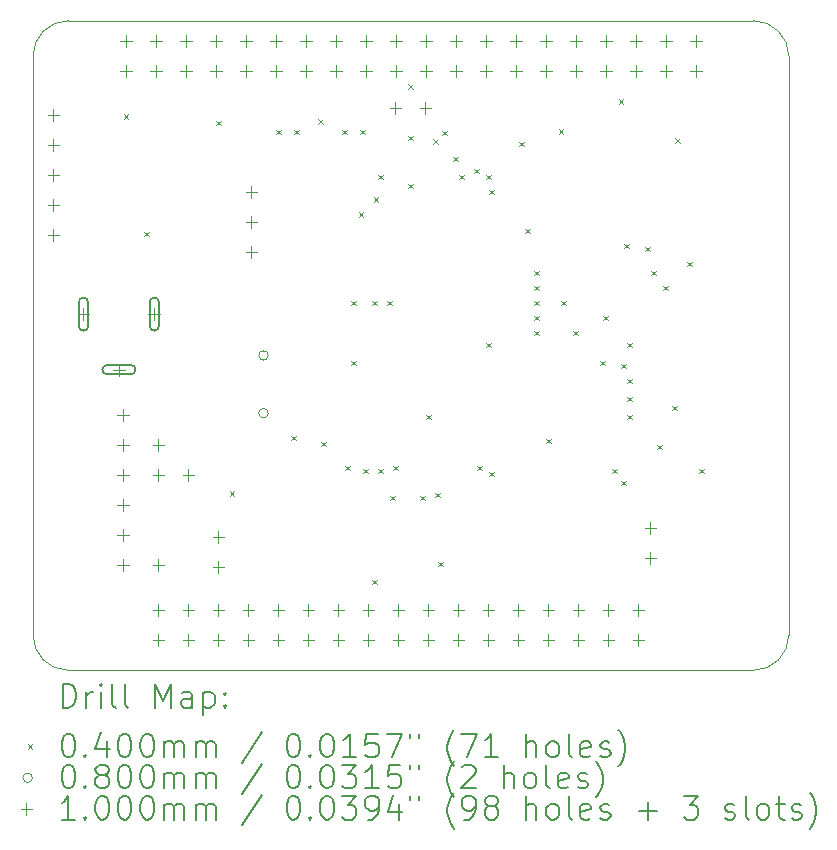
<source format=gbr>
%FSLAX45Y45*%
G04 Gerber Fmt 4.5, Leading zero omitted, Abs format (unit mm)*
G04 Created by KiCad (PCBNEW (6.0.0)) date 2022-08-18 21:55:56*
%MOMM*%
%LPD*%
G01*
G04 APERTURE LIST*
%TA.AperFunction,Profile*%
%ADD10C,0.100000*%
%TD*%
%ADD11C,0.200000*%
%ADD12C,0.040000*%
%ADD13C,0.080000*%
%ADD14C,0.100000*%
G04 APERTURE END LIST*
D10*
X14100000Y-11500000D02*
X14100000Y-16000000D01*
X13800000Y-16700000D02*
G75*
G03*
X14100000Y-16400000I0J300000D01*
G01*
X7700000Y-16400000D02*
G75*
G03*
X8000000Y-16700000I300000J0D01*
G01*
X7700000Y-11500000D02*
X7700000Y-16100000D01*
X8000000Y-11200000D02*
X13800000Y-11200000D01*
X13800000Y-16700000D02*
X8000000Y-16700000D01*
X14100000Y-16400000D02*
X14100000Y-16000000D01*
X8000000Y-11200000D02*
G75*
G03*
X7700000Y-11500000I0J-300000D01*
G01*
X14100000Y-11500000D02*
G75*
G03*
X13800000Y-11200000I-300000J0D01*
G01*
X7700000Y-16400000D02*
X7700000Y-16100000D01*
D11*
D12*
X8467000Y-11990800D02*
X8507000Y-12030800D01*
X8507000Y-11990800D02*
X8467000Y-12030800D01*
X8641400Y-12984800D02*
X8681400Y-13024800D01*
X8681400Y-12984800D02*
X8641400Y-13024800D01*
X9251000Y-12045000D02*
X9291000Y-12085000D01*
X9291000Y-12045000D02*
X9251000Y-12085000D01*
X9365300Y-15181900D02*
X9405300Y-15221900D01*
X9405300Y-15181900D02*
X9365300Y-15221900D01*
X9759000Y-12121200D02*
X9799000Y-12161200D01*
X9799000Y-12121200D02*
X9759000Y-12161200D01*
X9886000Y-14712000D02*
X9926000Y-14752000D01*
X9926000Y-14712000D02*
X9886000Y-14752000D01*
X9911400Y-12121200D02*
X9951400Y-12161200D01*
X9951400Y-12121200D02*
X9911400Y-12161200D01*
X10114600Y-12031068D02*
X10154600Y-12071068D01*
X10154600Y-12031068D02*
X10114600Y-12071068D01*
X10140000Y-14762800D02*
X10180000Y-14802800D01*
X10180000Y-14762800D02*
X10140000Y-14802800D01*
X10317800Y-12121200D02*
X10357800Y-12161200D01*
X10357800Y-12121200D02*
X10317800Y-12161200D01*
X10343200Y-14966000D02*
X10383200Y-15006000D01*
X10383200Y-14966000D02*
X10343200Y-15006000D01*
X10394000Y-13569000D02*
X10434000Y-13609000D01*
X10434000Y-13569000D02*
X10394000Y-13609000D01*
X10394000Y-14077000D02*
X10434000Y-14117000D01*
X10434000Y-14077000D02*
X10394000Y-14117000D01*
X10457500Y-12819700D02*
X10497500Y-12859700D01*
X10497500Y-12819700D02*
X10457500Y-12859700D01*
X10470200Y-12121200D02*
X10510200Y-12161200D01*
X10510200Y-12121200D02*
X10470200Y-12161200D01*
X10495600Y-14991400D02*
X10535600Y-15031400D01*
X10535600Y-14991400D02*
X10495600Y-15031400D01*
X10571800Y-13569000D02*
X10611800Y-13609000D01*
X10611800Y-13569000D02*
X10571800Y-13609000D01*
X10571800Y-15931200D02*
X10611800Y-15971200D01*
X10611800Y-15931200D02*
X10571800Y-15971200D01*
X10584500Y-12692700D02*
X10624500Y-12732700D01*
X10624500Y-12692700D02*
X10584500Y-12732700D01*
X10622600Y-12502200D02*
X10662600Y-12542200D01*
X10662600Y-12502200D02*
X10622600Y-12542200D01*
X10622600Y-14991400D02*
X10662600Y-15031400D01*
X10662600Y-14991400D02*
X10622600Y-15031400D01*
X10698800Y-13569000D02*
X10738800Y-13609000D01*
X10738800Y-13569000D02*
X10698800Y-13609000D01*
X10724200Y-15220000D02*
X10764200Y-15260000D01*
X10764200Y-15220000D02*
X10724200Y-15260000D01*
X10749600Y-14966000D02*
X10789600Y-15006000D01*
X10789600Y-14966000D02*
X10749600Y-15006000D01*
X10876600Y-12172000D02*
X10916600Y-12212000D01*
X10916600Y-12172000D02*
X10876600Y-12212000D01*
X10876600Y-12578400D02*
X10916600Y-12618400D01*
X10916600Y-12578400D02*
X10876600Y-12618400D01*
X10877951Y-11738849D02*
X10917951Y-11778849D01*
X10917951Y-11738849D02*
X10877951Y-11778849D01*
X10978200Y-15220000D02*
X11018200Y-15260000D01*
X11018200Y-15220000D02*
X10978200Y-15260000D01*
X11029000Y-14534200D02*
X11069000Y-14574200D01*
X11069000Y-14534200D02*
X11029000Y-14574200D01*
X11085404Y-12203004D02*
X11125404Y-12243004D01*
X11125404Y-12203004D02*
X11085404Y-12243004D01*
X11105200Y-15194600D02*
X11145200Y-15234600D01*
X11145200Y-15194600D02*
X11105200Y-15234600D01*
X11130600Y-15778800D02*
X11170600Y-15818800D01*
X11170600Y-15778800D02*
X11130600Y-15818800D01*
X11165355Y-12130555D02*
X11205355Y-12170555D01*
X11205355Y-12130555D02*
X11165355Y-12170555D01*
X11257600Y-12349800D02*
X11297600Y-12389800D01*
X11297600Y-12349800D02*
X11257600Y-12389800D01*
X11308400Y-12502200D02*
X11348400Y-12542200D01*
X11348400Y-12502200D02*
X11308400Y-12542200D01*
X11435400Y-12451400D02*
X11475400Y-12491400D01*
X11475400Y-12451400D02*
X11435400Y-12491400D01*
X11460800Y-14966000D02*
X11500800Y-15006000D01*
X11500800Y-14966000D02*
X11460800Y-15006000D01*
X11537000Y-12502200D02*
X11577000Y-12542200D01*
X11577000Y-12502200D02*
X11537000Y-12542200D01*
X11537000Y-13924600D02*
X11577000Y-13964600D01*
X11577000Y-13924600D02*
X11537000Y-13964600D01*
X11562400Y-12629200D02*
X11602400Y-12669200D01*
X11602400Y-12629200D02*
X11562400Y-12669200D01*
X11562400Y-15016800D02*
X11602400Y-15056800D01*
X11602400Y-15016800D02*
X11562400Y-15056800D01*
X11816400Y-12222800D02*
X11856400Y-12262800D01*
X11856400Y-12222800D02*
X11816400Y-12262800D01*
X11867200Y-12959400D02*
X11907200Y-12999400D01*
X11907200Y-12959400D02*
X11867200Y-12999400D01*
X11943400Y-13315000D02*
X11983400Y-13355000D01*
X11983400Y-13315000D02*
X11943400Y-13355000D01*
X11943400Y-13442000D02*
X11983400Y-13482000D01*
X11983400Y-13442000D02*
X11943400Y-13482000D01*
X11943400Y-13569000D02*
X11983400Y-13609000D01*
X11983400Y-13569000D02*
X11943400Y-13609000D01*
X11943400Y-13696000D02*
X11983400Y-13736000D01*
X11983400Y-13696000D02*
X11943400Y-13736000D01*
X11943400Y-13823000D02*
X11983400Y-13863000D01*
X11983400Y-13823000D02*
X11943400Y-13863000D01*
X12045000Y-14737400D02*
X12085000Y-14777400D01*
X12085000Y-14737400D02*
X12045000Y-14777400D01*
X12152049Y-12115751D02*
X12192049Y-12155751D01*
X12192049Y-12115751D02*
X12152049Y-12155751D01*
X12172000Y-13569000D02*
X12212000Y-13609000D01*
X12212000Y-13569000D02*
X12172000Y-13609000D01*
X12273600Y-13823000D02*
X12313600Y-13863000D01*
X12313600Y-13823000D02*
X12273600Y-13863000D01*
X12502200Y-14077000D02*
X12542200Y-14117000D01*
X12542200Y-14077000D02*
X12502200Y-14117000D01*
X12527600Y-13696000D02*
X12567600Y-13736000D01*
X12567600Y-13696000D02*
X12527600Y-13736000D01*
X12603800Y-14991400D02*
X12643800Y-15031400D01*
X12643800Y-14991400D02*
X12603800Y-15031400D01*
X12660049Y-11861751D02*
X12700049Y-11901751D01*
X12700049Y-11861751D02*
X12660049Y-11901751D01*
X12680000Y-14102400D02*
X12720000Y-14142400D01*
X12720000Y-14102400D02*
X12680000Y-14142400D01*
X12680000Y-15093000D02*
X12720000Y-15133000D01*
X12720000Y-15093000D02*
X12680000Y-15133000D01*
X12705400Y-13086400D02*
X12745400Y-13126400D01*
X12745400Y-13086400D02*
X12705400Y-13126400D01*
X12730800Y-13924600D02*
X12770800Y-13964600D01*
X12770800Y-13924600D02*
X12730800Y-13964600D01*
X12730800Y-14229400D02*
X12770800Y-14269400D01*
X12770800Y-14229400D02*
X12730800Y-14269400D01*
X12730800Y-14381800D02*
X12770800Y-14421800D01*
X12770800Y-14381800D02*
X12730800Y-14421800D01*
X12730800Y-14534200D02*
X12770800Y-14574200D01*
X12770800Y-14534200D02*
X12730800Y-14574200D01*
X12883200Y-13111800D02*
X12923200Y-13151800D01*
X12923200Y-13111800D02*
X12883200Y-13151800D01*
X12934000Y-13315000D02*
X12974000Y-13355000D01*
X12974000Y-13315000D02*
X12934000Y-13355000D01*
X12984800Y-14788200D02*
X13024800Y-14828200D01*
X13024800Y-14788200D02*
X12984800Y-14828200D01*
X13035600Y-13442000D02*
X13075600Y-13482000D01*
X13075600Y-13442000D02*
X13035600Y-13482000D01*
X13111800Y-14458000D02*
X13151800Y-14498000D01*
X13151800Y-14458000D02*
X13111800Y-14498000D01*
X13135502Y-12195702D02*
X13175502Y-12235702D01*
X13175502Y-12195702D02*
X13135502Y-12235702D01*
X13238800Y-13238800D02*
X13278800Y-13278800D01*
X13278800Y-13238800D02*
X13238800Y-13278800D01*
X13340400Y-14991400D02*
X13380400Y-15031400D01*
X13380400Y-14991400D02*
X13340400Y-15031400D01*
D13*
X9692000Y-14033500D02*
G75*
G03*
X9692000Y-14033500I-40000J0D01*
G01*
X9692000Y-14521500D02*
G75*
G03*
X9692000Y-14521500I-40000J0D01*
G01*
D14*
X7874000Y-11951000D02*
X7874000Y-12051000D01*
X7824000Y-12001000D02*
X7924000Y-12001000D01*
X7874000Y-12205000D02*
X7874000Y-12305000D01*
X7824000Y-12255000D02*
X7924000Y-12255000D01*
X7874000Y-12459000D02*
X7874000Y-12559000D01*
X7824000Y-12509000D02*
X7924000Y-12509000D01*
X7874000Y-12713000D02*
X7874000Y-12813000D01*
X7824000Y-12763000D02*
X7924000Y-12763000D01*
X7874000Y-12967000D02*
X7874000Y-13067000D01*
X7824000Y-13017000D02*
X7924000Y-13017000D01*
X8128000Y-13633750D02*
X8128000Y-13733750D01*
X8078000Y-13683750D02*
X8178000Y-13683750D01*
D11*
X8088000Y-13583750D02*
X8088000Y-13783750D01*
X8168000Y-13583750D02*
X8168000Y-13783750D01*
X8088000Y-13783750D02*
G75*
G03*
X8168000Y-13783750I40000J0D01*
G01*
X8168000Y-13583750D02*
G75*
G03*
X8088000Y-13583750I-40000J0D01*
G01*
D14*
X8428000Y-14103750D02*
X8428000Y-14203750D01*
X8378000Y-14153750D02*
X8478000Y-14153750D01*
D11*
X8328000Y-14193750D02*
X8528000Y-14193750D01*
X8328000Y-14113750D02*
X8528000Y-14113750D01*
X8528000Y-14193750D02*
G75*
G03*
X8528000Y-14113750I0J40000D01*
G01*
X8328000Y-14113750D02*
G75*
G03*
X8328000Y-14193750I0J-40000D01*
G01*
D14*
X8463900Y-14491500D02*
X8463900Y-14591500D01*
X8413900Y-14541500D02*
X8513900Y-14541500D01*
X8463900Y-14745500D02*
X8463900Y-14845500D01*
X8413900Y-14795500D02*
X8513900Y-14795500D01*
X8463900Y-14999500D02*
X8463900Y-15099500D01*
X8413900Y-15049500D02*
X8513900Y-15049500D01*
X8463900Y-15253500D02*
X8463900Y-15353500D01*
X8413900Y-15303500D02*
X8513900Y-15303500D01*
X8463900Y-15507500D02*
X8463900Y-15607500D01*
X8413900Y-15557500D02*
X8513900Y-15557500D01*
X8463900Y-15761500D02*
X8463900Y-15861500D01*
X8413900Y-15811500D02*
X8513900Y-15811500D01*
X8487000Y-11323500D02*
X8487000Y-11423500D01*
X8437000Y-11373500D02*
X8537000Y-11373500D01*
X8487000Y-11577500D02*
X8487000Y-11677500D01*
X8437000Y-11627500D02*
X8537000Y-11627500D01*
X8728000Y-13633750D02*
X8728000Y-13733750D01*
X8678000Y-13683750D02*
X8778000Y-13683750D01*
D11*
X8688000Y-13583750D02*
X8688000Y-13783750D01*
X8768000Y-13583750D02*
X8768000Y-13783750D01*
X8688000Y-13783750D02*
G75*
G03*
X8768000Y-13783750I40000J0D01*
G01*
X8768000Y-13583750D02*
G75*
G03*
X8688000Y-13583750I-40000J0D01*
G01*
D14*
X8741000Y-11323500D02*
X8741000Y-11423500D01*
X8691000Y-11373500D02*
X8791000Y-11373500D01*
X8741000Y-11577500D02*
X8741000Y-11677500D01*
X8691000Y-11627500D02*
X8791000Y-11627500D01*
X8762500Y-14999500D02*
X8762500Y-15099500D01*
X8712500Y-15049500D02*
X8812500Y-15049500D01*
X8763000Y-14745500D02*
X8763000Y-14845500D01*
X8713000Y-14795500D02*
X8813000Y-14795500D01*
X8763000Y-15761500D02*
X8763000Y-15861500D01*
X8713000Y-15811500D02*
X8813000Y-15811500D01*
X8763000Y-16142500D02*
X8763000Y-16242500D01*
X8713000Y-16192500D02*
X8813000Y-16192500D01*
X8763000Y-16396500D02*
X8763000Y-16496500D01*
X8713000Y-16446500D02*
X8813000Y-16446500D01*
X8995000Y-11323500D02*
X8995000Y-11423500D01*
X8945000Y-11373500D02*
X9045000Y-11373500D01*
X8995000Y-11577500D02*
X8995000Y-11677500D01*
X8945000Y-11627500D02*
X9045000Y-11627500D01*
X9016500Y-14999500D02*
X9016500Y-15099500D01*
X8966500Y-15049500D02*
X9066500Y-15049500D01*
X9017000Y-16142500D02*
X9017000Y-16242500D01*
X8967000Y-16192500D02*
X9067000Y-16192500D01*
X9017000Y-16396500D02*
X9017000Y-16496500D01*
X8967000Y-16446500D02*
X9067000Y-16446500D01*
X9249000Y-11323500D02*
X9249000Y-11423500D01*
X9199000Y-11373500D02*
X9299000Y-11373500D01*
X9249000Y-11577500D02*
X9249000Y-11677500D01*
X9199000Y-11627500D02*
X9299000Y-11627500D01*
X9271000Y-15520700D02*
X9271000Y-15620700D01*
X9221000Y-15570700D02*
X9321000Y-15570700D01*
X9271000Y-15774700D02*
X9271000Y-15874700D01*
X9221000Y-15824700D02*
X9321000Y-15824700D01*
X9271000Y-16142500D02*
X9271000Y-16242500D01*
X9221000Y-16192500D02*
X9321000Y-16192500D01*
X9271000Y-16396500D02*
X9271000Y-16496500D01*
X9221000Y-16446500D02*
X9321000Y-16446500D01*
X9503000Y-11323500D02*
X9503000Y-11423500D01*
X9453000Y-11373500D02*
X9553000Y-11373500D01*
X9503000Y-11577500D02*
X9503000Y-11677500D01*
X9453000Y-11627500D02*
X9553000Y-11627500D01*
X9525000Y-16142500D02*
X9525000Y-16242500D01*
X9475000Y-16192500D02*
X9575000Y-16192500D01*
X9525000Y-16396500D02*
X9525000Y-16496500D01*
X9475000Y-16446500D02*
X9575000Y-16446500D01*
X9550400Y-12600700D02*
X9550400Y-12700700D01*
X9500400Y-12650700D02*
X9600400Y-12650700D01*
X9550400Y-12854700D02*
X9550400Y-12954700D01*
X9500400Y-12904700D02*
X9600400Y-12904700D01*
X9550400Y-13108700D02*
X9550400Y-13208700D01*
X9500400Y-13158700D02*
X9600400Y-13158700D01*
X9757000Y-11323500D02*
X9757000Y-11423500D01*
X9707000Y-11373500D02*
X9807000Y-11373500D01*
X9757000Y-11577500D02*
X9757000Y-11677500D01*
X9707000Y-11627500D02*
X9807000Y-11627500D01*
X9779000Y-16142500D02*
X9779000Y-16242500D01*
X9729000Y-16192500D02*
X9829000Y-16192500D01*
X9779000Y-16396500D02*
X9779000Y-16496500D01*
X9729000Y-16446500D02*
X9829000Y-16446500D01*
X10011000Y-11323500D02*
X10011000Y-11423500D01*
X9961000Y-11373500D02*
X10061000Y-11373500D01*
X10011000Y-11577500D02*
X10011000Y-11677500D01*
X9961000Y-11627500D02*
X10061000Y-11627500D01*
X10033000Y-16142500D02*
X10033000Y-16242500D01*
X9983000Y-16192500D02*
X10083000Y-16192500D01*
X10033000Y-16396500D02*
X10033000Y-16496500D01*
X9983000Y-16446500D02*
X10083000Y-16446500D01*
X10265000Y-11323500D02*
X10265000Y-11423500D01*
X10215000Y-11373500D02*
X10315000Y-11373500D01*
X10265000Y-11577500D02*
X10265000Y-11677500D01*
X10215000Y-11627500D02*
X10315000Y-11627500D01*
X10287000Y-16142500D02*
X10287000Y-16242500D01*
X10237000Y-16192500D02*
X10337000Y-16192500D01*
X10287000Y-16396500D02*
X10287000Y-16496500D01*
X10237000Y-16446500D02*
X10337000Y-16446500D01*
X10519000Y-11323500D02*
X10519000Y-11423500D01*
X10469000Y-11373500D02*
X10569000Y-11373500D01*
X10519000Y-11577500D02*
X10519000Y-11677500D01*
X10469000Y-11627500D02*
X10569000Y-11627500D01*
X10541000Y-16142500D02*
X10541000Y-16242500D01*
X10491000Y-16192500D02*
X10591000Y-16192500D01*
X10541000Y-16396500D02*
X10541000Y-16496500D01*
X10491000Y-16446500D02*
X10591000Y-16446500D01*
X10769600Y-11888000D02*
X10769600Y-11988000D01*
X10719600Y-11938000D02*
X10819600Y-11938000D01*
X10773000Y-11323500D02*
X10773000Y-11423500D01*
X10723000Y-11373500D02*
X10823000Y-11373500D01*
X10773000Y-11577500D02*
X10773000Y-11677500D01*
X10723000Y-11627500D02*
X10823000Y-11627500D01*
X10795000Y-16142500D02*
X10795000Y-16242500D01*
X10745000Y-16192500D02*
X10845000Y-16192500D01*
X10795000Y-16396500D02*
X10795000Y-16496500D01*
X10745000Y-16446500D02*
X10845000Y-16446500D01*
X11023600Y-11888000D02*
X11023600Y-11988000D01*
X10973600Y-11938000D02*
X11073600Y-11938000D01*
X11027000Y-11323500D02*
X11027000Y-11423500D01*
X10977000Y-11373500D02*
X11077000Y-11373500D01*
X11027000Y-11577500D02*
X11027000Y-11677500D01*
X10977000Y-11627500D02*
X11077000Y-11627500D01*
X11049000Y-16142500D02*
X11049000Y-16242500D01*
X10999000Y-16192500D02*
X11099000Y-16192500D01*
X11049000Y-16396500D02*
X11049000Y-16496500D01*
X10999000Y-16446500D02*
X11099000Y-16446500D01*
X11281000Y-11323500D02*
X11281000Y-11423500D01*
X11231000Y-11373500D02*
X11331000Y-11373500D01*
X11281000Y-11577500D02*
X11281000Y-11677500D01*
X11231000Y-11627500D02*
X11331000Y-11627500D01*
X11303000Y-16142500D02*
X11303000Y-16242500D01*
X11253000Y-16192500D02*
X11353000Y-16192500D01*
X11303000Y-16396500D02*
X11303000Y-16496500D01*
X11253000Y-16446500D02*
X11353000Y-16446500D01*
X11535000Y-11323500D02*
X11535000Y-11423500D01*
X11485000Y-11373500D02*
X11585000Y-11373500D01*
X11535000Y-11577500D02*
X11535000Y-11677500D01*
X11485000Y-11627500D02*
X11585000Y-11627500D01*
X11557000Y-16142500D02*
X11557000Y-16242500D01*
X11507000Y-16192500D02*
X11607000Y-16192500D01*
X11557000Y-16396500D02*
X11557000Y-16496500D01*
X11507000Y-16446500D02*
X11607000Y-16446500D01*
X11789000Y-11323500D02*
X11789000Y-11423500D01*
X11739000Y-11373500D02*
X11839000Y-11373500D01*
X11789000Y-11577500D02*
X11789000Y-11677500D01*
X11739000Y-11627500D02*
X11839000Y-11627500D01*
X11811000Y-16142500D02*
X11811000Y-16242500D01*
X11761000Y-16192500D02*
X11861000Y-16192500D01*
X11811000Y-16396500D02*
X11811000Y-16496500D01*
X11761000Y-16446500D02*
X11861000Y-16446500D01*
X12043000Y-11323500D02*
X12043000Y-11423500D01*
X11993000Y-11373500D02*
X12093000Y-11373500D01*
X12043000Y-11577500D02*
X12043000Y-11677500D01*
X11993000Y-11627500D02*
X12093000Y-11627500D01*
X12065000Y-16142500D02*
X12065000Y-16242500D01*
X12015000Y-16192500D02*
X12115000Y-16192500D01*
X12065000Y-16396500D02*
X12065000Y-16496500D01*
X12015000Y-16446500D02*
X12115000Y-16446500D01*
X12297000Y-11323500D02*
X12297000Y-11423500D01*
X12247000Y-11373500D02*
X12347000Y-11373500D01*
X12297000Y-11577500D02*
X12297000Y-11677500D01*
X12247000Y-11627500D02*
X12347000Y-11627500D01*
X12319000Y-16142500D02*
X12319000Y-16242500D01*
X12269000Y-16192500D02*
X12369000Y-16192500D01*
X12319000Y-16396500D02*
X12319000Y-16496500D01*
X12269000Y-16446500D02*
X12369000Y-16446500D01*
X12551000Y-11323500D02*
X12551000Y-11423500D01*
X12501000Y-11373500D02*
X12601000Y-11373500D01*
X12551000Y-11577500D02*
X12551000Y-11677500D01*
X12501000Y-11627500D02*
X12601000Y-11627500D01*
X12573000Y-16142500D02*
X12573000Y-16242500D01*
X12523000Y-16192500D02*
X12623000Y-16192500D01*
X12573000Y-16396500D02*
X12573000Y-16496500D01*
X12523000Y-16446500D02*
X12623000Y-16446500D01*
X12805000Y-11323500D02*
X12805000Y-11423500D01*
X12755000Y-11373500D02*
X12855000Y-11373500D01*
X12805000Y-11577500D02*
X12805000Y-11677500D01*
X12755000Y-11627500D02*
X12855000Y-11627500D01*
X12827000Y-16142500D02*
X12827000Y-16242500D01*
X12777000Y-16192500D02*
X12877000Y-16192500D01*
X12827000Y-16396500D02*
X12827000Y-16496500D01*
X12777000Y-16446500D02*
X12877000Y-16446500D01*
X12928600Y-15444500D02*
X12928600Y-15544500D01*
X12878600Y-15494500D02*
X12978600Y-15494500D01*
X12928600Y-15698500D02*
X12928600Y-15798500D01*
X12878600Y-15748500D02*
X12978600Y-15748500D01*
X13059000Y-11323500D02*
X13059000Y-11423500D01*
X13009000Y-11373500D02*
X13109000Y-11373500D01*
X13059000Y-11577500D02*
X13059000Y-11677500D01*
X13009000Y-11627500D02*
X13109000Y-11627500D01*
X13313000Y-11323500D02*
X13313000Y-11423500D01*
X13263000Y-11373500D02*
X13363000Y-11373500D01*
X13313000Y-11577500D02*
X13313000Y-11677500D01*
X13263000Y-11627500D02*
X13363000Y-11627500D01*
D11*
X7952619Y-17015476D02*
X7952619Y-16815476D01*
X8000238Y-16815476D01*
X8028809Y-16825000D01*
X8047857Y-16844048D01*
X8057381Y-16863095D01*
X8066905Y-16901190D01*
X8066905Y-16929762D01*
X8057381Y-16967857D01*
X8047857Y-16986905D01*
X8028809Y-17005952D01*
X8000238Y-17015476D01*
X7952619Y-17015476D01*
X8152619Y-17015476D02*
X8152619Y-16882143D01*
X8152619Y-16920238D02*
X8162143Y-16901190D01*
X8171667Y-16891667D01*
X8190714Y-16882143D01*
X8209762Y-16882143D01*
X8276428Y-17015476D02*
X8276428Y-16882143D01*
X8276428Y-16815476D02*
X8266905Y-16825000D01*
X8276428Y-16834524D01*
X8285952Y-16825000D01*
X8276428Y-16815476D01*
X8276428Y-16834524D01*
X8400238Y-17015476D02*
X8381190Y-17005952D01*
X8371667Y-16986905D01*
X8371667Y-16815476D01*
X8505000Y-17015476D02*
X8485952Y-17005952D01*
X8476429Y-16986905D01*
X8476429Y-16815476D01*
X8733571Y-17015476D02*
X8733571Y-16815476D01*
X8800238Y-16958333D01*
X8866905Y-16815476D01*
X8866905Y-17015476D01*
X9047857Y-17015476D02*
X9047857Y-16910714D01*
X9038333Y-16891667D01*
X9019286Y-16882143D01*
X8981190Y-16882143D01*
X8962143Y-16891667D01*
X9047857Y-17005952D02*
X9028810Y-17015476D01*
X8981190Y-17015476D01*
X8962143Y-17005952D01*
X8952619Y-16986905D01*
X8952619Y-16967857D01*
X8962143Y-16948810D01*
X8981190Y-16939286D01*
X9028810Y-16939286D01*
X9047857Y-16929762D01*
X9143095Y-16882143D02*
X9143095Y-17082143D01*
X9143095Y-16891667D02*
X9162143Y-16882143D01*
X9200238Y-16882143D01*
X9219286Y-16891667D01*
X9228810Y-16901190D01*
X9238333Y-16920238D01*
X9238333Y-16977381D01*
X9228810Y-16996429D01*
X9219286Y-17005952D01*
X9200238Y-17015476D01*
X9162143Y-17015476D01*
X9143095Y-17005952D01*
X9324048Y-16996429D02*
X9333571Y-17005952D01*
X9324048Y-17015476D01*
X9314524Y-17005952D01*
X9324048Y-16996429D01*
X9324048Y-17015476D01*
X9324048Y-16891667D02*
X9333571Y-16901190D01*
X9324048Y-16910714D01*
X9314524Y-16901190D01*
X9324048Y-16891667D01*
X9324048Y-16910714D01*
D12*
X7655000Y-17325000D02*
X7695000Y-17365000D01*
X7695000Y-17325000D02*
X7655000Y-17365000D01*
D11*
X7990714Y-17235476D02*
X8009762Y-17235476D01*
X8028809Y-17245000D01*
X8038333Y-17254524D01*
X8047857Y-17273571D01*
X8057381Y-17311667D01*
X8057381Y-17359286D01*
X8047857Y-17397381D01*
X8038333Y-17416429D01*
X8028809Y-17425952D01*
X8009762Y-17435476D01*
X7990714Y-17435476D01*
X7971667Y-17425952D01*
X7962143Y-17416429D01*
X7952619Y-17397381D01*
X7943095Y-17359286D01*
X7943095Y-17311667D01*
X7952619Y-17273571D01*
X7962143Y-17254524D01*
X7971667Y-17245000D01*
X7990714Y-17235476D01*
X8143095Y-17416429D02*
X8152619Y-17425952D01*
X8143095Y-17435476D01*
X8133571Y-17425952D01*
X8143095Y-17416429D01*
X8143095Y-17435476D01*
X8324048Y-17302143D02*
X8324048Y-17435476D01*
X8276428Y-17225952D02*
X8228809Y-17368810D01*
X8352619Y-17368810D01*
X8466905Y-17235476D02*
X8485952Y-17235476D01*
X8505000Y-17245000D01*
X8514524Y-17254524D01*
X8524048Y-17273571D01*
X8533571Y-17311667D01*
X8533571Y-17359286D01*
X8524048Y-17397381D01*
X8514524Y-17416429D01*
X8505000Y-17425952D01*
X8485952Y-17435476D01*
X8466905Y-17435476D01*
X8447857Y-17425952D01*
X8438333Y-17416429D01*
X8428810Y-17397381D01*
X8419286Y-17359286D01*
X8419286Y-17311667D01*
X8428810Y-17273571D01*
X8438333Y-17254524D01*
X8447857Y-17245000D01*
X8466905Y-17235476D01*
X8657381Y-17235476D02*
X8676429Y-17235476D01*
X8695476Y-17245000D01*
X8705000Y-17254524D01*
X8714524Y-17273571D01*
X8724048Y-17311667D01*
X8724048Y-17359286D01*
X8714524Y-17397381D01*
X8705000Y-17416429D01*
X8695476Y-17425952D01*
X8676429Y-17435476D01*
X8657381Y-17435476D01*
X8638333Y-17425952D01*
X8628810Y-17416429D01*
X8619286Y-17397381D01*
X8609762Y-17359286D01*
X8609762Y-17311667D01*
X8619286Y-17273571D01*
X8628810Y-17254524D01*
X8638333Y-17245000D01*
X8657381Y-17235476D01*
X8809762Y-17435476D02*
X8809762Y-17302143D01*
X8809762Y-17321190D02*
X8819286Y-17311667D01*
X8838333Y-17302143D01*
X8866905Y-17302143D01*
X8885952Y-17311667D01*
X8895476Y-17330714D01*
X8895476Y-17435476D01*
X8895476Y-17330714D02*
X8905000Y-17311667D01*
X8924048Y-17302143D01*
X8952619Y-17302143D01*
X8971667Y-17311667D01*
X8981190Y-17330714D01*
X8981190Y-17435476D01*
X9076429Y-17435476D02*
X9076429Y-17302143D01*
X9076429Y-17321190D02*
X9085952Y-17311667D01*
X9105000Y-17302143D01*
X9133571Y-17302143D01*
X9152619Y-17311667D01*
X9162143Y-17330714D01*
X9162143Y-17435476D01*
X9162143Y-17330714D02*
X9171667Y-17311667D01*
X9190714Y-17302143D01*
X9219286Y-17302143D01*
X9238333Y-17311667D01*
X9247857Y-17330714D01*
X9247857Y-17435476D01*
X9638333Y-17225952D02*
X9466905Y-17483095D01*
X9895476Y-17235476D02*
X9914524Y-17235476D01*
X9933571Y-17245000D01*
X9943095Y-17254524D01*
X9952619Y-17273571D01*
X9962143Y-17311667D01*
X9962143Y-17359286D01*
X9952619Y-17397381D01*
X9943095Y-17416429D01*
X9933571Y-17425952D01*
X9914524Y-17435476D01*
X9895476Y-17435476D01*
X9876429Y-17425952D01*
X9866905Y-17416429D01*
X9857381Y-17397381D01*
X9847857Y-17359286D01*
X9847857Y-17311667D01*
X9857381Y-17273571D01*
X9866905Y-17254524D01*
X9876429Y-17245000D01*
X9895476Y-17235476D01*
X10047857Y-17416429D02*
X10057381Y-17425952D01*
X10047857Y-17435476D01*
X10038333Y-17425952D01*
X10047857Y-17416429D01*
X10047857Y-17435476D01*
X10181190Y-17235476D02*
X10200238Y-17235476D01*
X10219286Y-17245000D01*
X10228810Y-17254524D01*
X10238333Y-17273571D01*
X10247857Y-17311667D01*
X10247857Y-17359286D01*
X10238333Y-17397381D01*
X10228810Y-17416429D01*
X10219286Y-17425952D01*
X10200238Y-17435476D01*
X10181190Y-17435476D01*
X10162143Y-17425952D01*
X10152619Y-17416429D01*
X10143095Y-17397381D01*
X10133571Y-17359286D01*
X10133571Y-17311667D01*
X10143095Y-17273571D01*
X10152619Y-17254524D01*
X10162143Y-17245000D01*
X10181190Y-17235476D01*
X10438333Y-17435476D02*
X10324048Y-17435476D01*
X10381190Y-17435476D02*
X10381190Y-17235476D01*
X10362143Y-17264048D01*
X10343095Y-17283095D01*
X10324048Y-17292619D01*
X10619286Y-17235476D02*
X10524048Y-17235476D01*
X10514524Y-17330714D01*
X10524048Y-17321190D01*
X10543095Y-17311667D01*
X10590714Y-17311667D01*
X10609762Y-17321190D01*
X10619286Y-17330714D01*
X10628810Y-17349762D01*
X10628810Y-17397381D01*
X10619286Y-17416429D01*
X10609762Y-17425952D01*
X10590714Y-17435476D01*
X10543095Y-17435476D01*
X10524048Y-17425952D01*
X10514524Y-17416429D01*
X10695476Y-17235476D02*
X10828810Y-17235476D01*
X10743095Y-17435476D01*
X10895476Y-17235476D02*
X10895476Y-17273571D01*
X10971667Y-17235476D02*
X10971667Y-17273571D01*
X11266905Y-17511667D02*
X11257381Y-17502143D01*
X11238333Y-17473571D01*
X11228809Y-17454524D01*
X11219286Y-17425952D01*
X11209762Y-17378333D01*
X11209762Y-17340238D01*
X11219286Y-17292619D01*
X11228809Y-17264048D01*
X11238333Y-17245000D01*
X11257381Y-17216429D01*
X11266905Y-17206905D01*
X11324048Y-17235476D02*
X11457381Y-17235476D01*
X11371667Y-17435476D01*
X11638333Y-17435476D02*
X11524048Y-17435476D01*
X11581190Y-17435476D02*
X11581190Y-17235476D01*
X11562143Y-17264048D01*
X11543095Y-17283095D01*
X11524048Y-17292619D01*
X11876428Y-17435476D02*
X11876428Y-17235476D01*
X11962143Y-17435476D02*
X11962143Y-17330714D01*
X11952619Y-17311667D01*
X11933571Y-17302143D01*
X11905000Y-17302143D01*
X11885952Y-17311667D01*
X11876428Y-17321190D01*
X12085952Y-17435476D02*
X12066905Y-17425952D01*
X12057381Y-17416429D01*
X12047857Y-17397381D01*
X12047857Y-17340238D01*
X12057381Y-17321190D01*
X12066905Y-17311667D01*
X12085952Y-17302143D01*
X12114524Y-17302143D01*
X12133571Y-17311667D01*
X12143095Y-17321190D01*
X12152619Y-17340238D01*
X12152619Y-17397381D01*
X12143095Y-17416429D01*
X12133571Y-17425952D01*
X12114524Y-17435476D01*
X12085952Y-17435476D01*
X12266905Y-17435476D02*
X12247857Y-17425952D01*
X12238333Y-17406905D01*
X12238333Y-17235476D01*
X12419286Y-17425952D02*
X12400238Y-17435476D01*
X12362143Y-17435476D01*
X12343095Y-17425952D01*
X12333571Y-17406905D01*
X12333571Y-17330714D01*
X12343095Y-17311667D01*
X12362143Y-17302143D01*
X12400238Y-17302143D01*
X12419286Y-17311667D01*
X12428809Y-17330714D01*
X12428809Y-17349762D01*
X12333571Y-17368810D01*
X12505000Y-17425952D02*
X12524048Y-17435476D01*
X12562143Y-17435476D01*
X12581190Y-17425952D01*
X12590714Y-17406905D01*
X12590714Y-17397381D01*
X12581190Y-17378333D01*
X12562143Y-17368810D01*
X12533571Y-17368810D01*
X12514524Y-17359286D01*
X12505000Y-17340238D01*
X12505000Y-17330714D01*
X12514524Y-17311667D01*
X12533571Y-17302143D01*
X12562143Y-17302143D01*
X12581190Y-17311667D01*
X12657381Y-17511667D02*
X12666905Y-17502143D01*
X12685952Y-17473571D01*
X12695476Y-17454524D01*
X12705000Y-17425952D01*
X12714524Y-17378333D01*
X12714524Y-17340238D01*
X12705000Y-17292619D01*
X12695476Y-17264048D01*
X12685952Y-17245000D01*
X12666905Y-17216429D01*
X12657381Y-17206905D01*
D13*
X7695000Y-17609000D02*
G75*
G03*
X7695000Y-17609000I-40000J0D01*
G01*
D11*
X7990714Y-17499476D02*
X8009762Y-17499476D01*
X8028809Y-17509000D01*
X8038333Y-17518524D01*
X8047857Y-17537571D01*
X8057381Y-17575667D01*
X8057381Y-17623286D01*
X8047857Y-17661381D01*
X8038333Y-17680429D01*
X8028809Y-17689952D01*
X8009762Y-17699476D01*
X7990714Y-17699476D01*
X7971667Y-17689952D01*
X7962143Y-17680429D01*
X7952619Y-17661381D01*
X7943095Y-17623286D01*
X7943095Y-17575667D01*
X7952619Y-17537571D01*
X7962143Y-17518524D01*
X7971667Y-17509000D01*
X7990714Y-17499476D01*
X8143095Y-17680429D02*
X8152619Y-17689952D01*
X8143095Y-17699476D01*
X8133571Y-17689952D01*
X8143095Y-17680429D01*
X8143095Y-17699476D01*
X8266905Y-17585190D02*
X8247857Y-17575667D01*
X8238333Y-17566143D01*
X8228809Y-17547095D01*
X8228809Y-17537571D01*
X8238333Y-17518524D01*
X8247857Y-17509000D01*
X8266905Y-17499476D01*
X8305000Y-17499476D01*
X8324048Y-17509000D01*
X8333571Y-17518524D01*
X8343095Y-17537571D01*
X8343095Y-17547095D01*
X8333571Y-17566143D01*
X8324048Y-17575667D01*
X8305000Y-17585190D01*
X8266905Y-17585190D01*
X8247857Y-17594714D01*
X8238333Y-17604238D01*
X8228809Y-17623286D01*
X8228809Y-17661381D01*
X8238333Y-17680429D01*
X8247857Y-17689952D01*
X8266905Y-17699476D01*
X8305000Y-17699476D01*
X8324048Y-17689952D01*
X8333571Y-17680429D01*
X8343095Y-17661381D01*
X8343095Y-17623286D01*
X8333571Y-17604238D01*
X8324048Y-17594714D01*
X8305000Y-17585190D01*
X8466905Y-17499476D02*
X8485952Y-17499476D01*
X8505000Y-17509000D01*
X8514524Y-17518524D01*
X8524048Y-17537571D01*
X8533571Y-17575667D01*
X8533571Y-17623286D01*
X8524048Y-17661381D01*
X8514524Y-17680429D01*
X8505000Y-17689952D01*
X8485952Y-17699476D01*
X8466905Y-17699476D01*
X8447857Y-17689952D01*
X8438333Y-17680429D01*
X8428810Y-17661381D01*
X8419286Y-17623286D01*
X8419286Y-17575667D01*
X8428810Y-17537571D01*
X8438333Y-17518524D01*
X8447857Y-17509000D01*
X8466905Y-17499476D01*
X8657381Y-17499476D02*
X8676429Y-17499476D01*
X8695476Y-17509000D01*
X8705000Y-17518524D01*
X8714524Y-17537571D01*
X8724048Y-17575667D01*
X8724048Y-17623286D01*
X8714524Y-17661381D01*
X8705000Y-17680429D01*
X8695476Y-17689952D01*
X8676429Y-17699476D01*
X8657381Y-17699476D01*
X8638333Y-17689952D01*
X8628810Y-17680429D01*
X8619286Y-17661381D01*
X8609762Y-17623286D01*
X8609762Y-17575667D01*
X8619286Y-17537571D01*
X8628810Y-17518524D01*
X8638333Y-17509000D01*
X8657381Y-17499476D01*
X8809762Y-17699476D02*
X8809762Y-17566143D01*
X8809762Y-17585190D02*
X8819286Y-17575667D01*
X8838333Y-17566143D01*
X8866905Y-17566143D01*
X8885952Y-17575667D01*
X8895476Y-17594714D01*
X8895476Y-17699476D01*
X8895476Y-17594714D02*
X8905000Y-17575667D01*
X8924048Y-17566143D01*
X8952619Y-17566143D01*
X8971667Y-17575667D01*
X8981190Y-17594714D01*
X8981190Y-17699476D01*
X9076429Y-17699476D02*
X9076429Y-17566143D01*
X9076429Y-17585190D02*
X9085952Y-17575667D01*
X9105000Y-17566143D01*
X9133571Y-17566143D01*
X9152619Y-17575667D01*
X9162143Y-17594714D01*
X9162143Y-17699476D01*
X9162143Y-17594714D02*
X9171667Y-17575667D01*
X9190714Y-17566143D01*
X9219286Y-17566143D01*
X9238333Y-17575667D01*
X9247857Y-17594714D01*
X9247857Y-17699476D01*
X9638333Y-17489952D02*
X9466905Y-17747095D01*
X9895476Y-17499476D02*
X9914524Y-17499476D01*
X9933571Y-17509000D01*
X9943095Y-17518524D01*
X9952619Y-17537571D01*
X9962143Y-17575667D01*
X9962143Y-17623286D01*
X9952619Y-17661381D01*
X9943095Y-17680429D01*
X9933571Y-17689952D01*
X9914524Y-17699476D01*
X9895476Y-17699476D01*
X9876429Y-17689952D01*
X9866905Y-17680429D01*
X9857381Y-17661381D01*
X9847857Y-17623286D01*
X9847857Y-17575667D01*
X9857381Y-17537571D01*
X9866905Y-17518524D01*
X9876429Y-17509000D01*
X9895476Y-17499476D01*
X10047857Y-17680429D02*
X10057381Y-17689952D01*
X10047857Y-17699476D01*
X10038333Y-17689952D01*
X10047857Y-17680429D01*
X10047857Y-17699476D01*
X10181190Y-17499476D02*
X10200238Y-17499476D01*
X10219286Y-17509000D01*
X10228810Y-17518524D01*
X10238333Y-17537571D01*
X10247857Y-17575667D01*
X10247857Y-17623286D01*
X10238333Y-17661381D01*
X10228810Y-17680429D01*
X10219286Y-17689952D01*
X10200238Y-17699476D01*
X10181190Y-17699476D01*
X10162143Y-17689952D01*
X10152619Y-17680429D01*
X10143095Y-17661381D01*
X10133571Y-17623286D01*
X10133571Y-17575667D01*
X10143095Y-17537571D01*
X10152619Y-17518524D01*
X10162143Y-17509000D01*
X10181190Y-17499476D01*
X10314524Y-17499476D02*
X10438333Y-17499476D01*
X10371667Y-17575667D01*
X10400238Y-17575667D01*
X10419286Y-17585190D01*
X10428810Y-17594714D01*
X10438333Y-17613762D01*
X10438333Y-17661381D01*
X10428810Y-17680429D01*
X10419286Y-17689952D01*
X10400238Y-17699476D01*
X10343095Y-17699476D01*
X10324048Y-17689952D01*
X10314524Y-17680429D01*
X10628810Y-17699476D02*
X10514524Y-17699476D01*
X10571667Y-17699476D02*
X10571667Y-17499476D01*
X10552619Y-17528048D01*
X10533571Y-17547095D01*
X10514524Y-17556619D01*
X10809762Y-17499476D02*
X10714524Y-17499476D01*
X10705000Y-17594714D01*
X10714524Y-17585190D01*
X10733571Y-17575667D01*
X10781190Y-17575667D01*
X10800238Y-17585190D01*
X10809762Y-17594714D01*
X10819286Y-17613762D01*
X10819286Y-17661381D01*
X10809762Y-17680429D01*
X10800238Y-17689952D01*
X10781190Y-17699476D01*
X10733571Y-17699476D01*
X10714524Y-17689952D01*
X10705000Y-17680429D01*
X10895476Y-17499476D02*
X10895476Y-17537571D01*
X10971667Y-17499476D02*
X10971667Y-17537571D01*
X11266905Y-17775667D02*
X11257381Y-17766143D01*
X11238333Y-17737571D01*
X11228809Y-17718524D01*
X11219286Y-17689952D01*
X11209762Y-17642333D01*
X11209762Y-17604238D01*
X11219286Y-17556619D01*
X11228809Y-17528048D01*
X11238333Y-17509000D01*
X11257381Y-17480429D01*
X11266905Y-17470905D01*
X11333571Y-17518524D02*
X11343095Y-17509000D01*
X11362143Y-17499476D01*
X11409762Y-17499476D01*
X11428809Y-17509000D01*
X11438333Y-17518524D01*
X11447857Y-17537571D01*
X11447857Y-17556619D01*
X11438333Y-17585190D01*
X11324048Y-17699476D01*
X11447857Y-17699476D01*
X11685952Y-17699476D02*
X11685952Y-17499476D01*
X11771667Y-17699476D02*
X11771667Y-17594714D01*
X11762143Y-17575667D01*
X11743095Y-17566143D01*
X11714524Y-17566143D01*
X11695476Y-17575667D01*
X11685952Y-17585190D01*
X11895476Y-17699476D02*
X11876428Y-17689952D01*
X11866905Y-17680429D01*
X11857381Y-17661381D01*
X11857381Y-17604238D01*
X11866905Y-17585190D01*
X11876428Y-17575667D01*
X11895476Y-17566143D01*
X11924048Y-17566143D01*
X11943095Y-17575667D01*
X11952619Y-17585190D01*
X11962143Y-17604238D01*
X11962143Y-17661381D01*
X11952619Y-17680429D01*
X11943095Y-17689952D01*
X11924048Y-17699476D01*
X11895476Y-17699476D01*
X12076428Y-17699476D02*
X12057381Y-17689952D01*
X12047857Y-17670905D01*
X12047857Y-17499476D01*
X12228809Y-17689952D02*
X12209762Y-17699476D01*
X12171667Y-17699476D01*
X12152619Y-17689952D01*
X12143095Y-17670905D01*
X12143095Y-17594714D01*
X12152619Y-17575667D01*
X12171667Y-17566143D01*
X12209762Y-17566143D01*
X12228809Y-17575667D01*
X12238333Y-17594714D01*
X12238333Y-17613762D01*
X12143095Y-17632810D01*
X12314524Y-17689952D02*
X12333571Y-17699476D01*
X12371667Y-17699476D01*
X12390714Y-17689952D01*
X12400238Y-17670905D01*
X12400238Y-17661381D01*
X12390714Y-17642333D01*
X12371667Y-17632810D01*
X12343095Y-17632810D01*
X12324048Y-17623286D01*
X12314524Y-17604238D01*
X12314524Y-17594714D01*
X12324048Y-17575667D01*
X12343095Y-17566143D01*
X12371667Y-17566143D01*
X12390714Y-17575667D01*
X12466905Y-17775667D02*
X12476428Y-17766143D01*
X12495476Y-17737571D01*
X12505000Y-17718524D01*
X12514524Y-17689952D01*
X12524048Y-17642333D01*
X12524048Y-17604238D01*
X12514524Y-17556619D01*
X12505000Y-17528048D01*
X12495476Y-17509000D01*
X12476428Y-17480429D01*
X12466905Y-17470905D01*
D14*
X7645000Y-17823000D02*
X7645000Y-17923000D01*
X7595000Y-17873000D02*
X7695000Y-17873000D01*
D11*
X8057381Y-17963476D02*
X7943095Y-17963476D01*
X8000238Y-17963476D02*
X8000238Y-17763476D01*
X7981190Y-17792048D01*
X7962143Y-17811095D01*
X7943095Y-17820619D01*
X8143095Y-17944429D02*
X8152619Y-17953952D01*
X8143095Y-17963476D01*
X8133571Y-17953952D01*
X8143095Y-17944429D01*
X8143095Y-17963476D01*
X8276428Y-17763476D02*
X8295476Y-17763476D01*
X8314524Y-17773000D01*
X8324048Y-17782524D01*
X8333571Y-17801571D01*
X8343095Y-17839667D01*
X8343095Y-17887286D01*
X8333571Y-17925381D01*
X8324048Y-17944429D01*
X8314524Y-17953952D01*
X8295476Y-17963476D01*
X8276428Y-17963476D01*
X8257381Y-17953952D01*
X8247857Y-17944429D01*
X8238333Y-17925381D01*
X8228809Y-17887286D01*
X8228809Y-17839667D01*
X8238333Y-17801571D01*
X8247857Y-17782524D01*
X8257381Y-17773000D01*
X8276428Y-17763476D01*
X8466905Y-17763476D02*
X8485952Y-17763476D01*
X8505000Y-17773000D01*
X8514524Y-17782524D01*
X8524048Y-17801571D01*
X8533571Y-17839667D01*
X8533571Y-17887286D01*
X8524048Y-17925381D01*
X8514524Y-17944429D01*
X8505000Y-17953952D01*
X8485952Y-17963476D01*
X8466905Y-17963476D01*
X8447857Y-17953952D01*
X8438333Y-17944429D01*
X8428810Y-17925381D01*
X8419286Y-17887286D01*
X8419286Y-17839667D01*
X8428810Y-17801571D01*
X8438333Y-17782524D01*
X8447857Y-17773000D01*
X8466905Y-17763476D01*
X8657381Y-17763476D02*
X8676429Y-17763476D01*
X8695476Y-17773000D01*
X8705000Y-17782524D01*
X8714524Y-17801571D01*
X8724048Y-17839667D01*
X8724048Y-17887286D01*
X8714524Y-17925381D01*
X8705000Y-17944429D01*
X8695476Y-17953952D01*
X8676429Y-17963476D01*
X8657381Y-17963476D01*
X8638333Y-17953952D01*
X8628810Y-17944429D01*
X8619286Y-17925381D01*
X8609762Y-17887286D01*
X8609762Y-17839667D01*
X8619286Y-17801571D01*
X8628810Y-17782524D01*
X8638333Y-17773000D01*
X8657381Y-17763476D01*
X8809762Y-17963476D02*
X8809762Y-17830143D01*
X8809762Y-17849190D02*
X8819286Y-17839667D01*
X8838333Y-17830143D01*
X8866905Y-17830143D01*
X8885952Y-17839667D01*
X8895476Y-17858714D01*
X8895476Y-17963476D01*
X8895476Y-17858714D02*
X8905000Y-17839667D01*
X8924048Y-17830143D01*
X8952619Y-17830143D01*
X8971667Y-17839667D01*
X8981190Y-17858714D01*
X8981190Y-17963476D01*
X9076429Y-17963476D02*
X9076429Y-17830143D01*
X9076429Y-17849190D02*
X9085952Y-17839667D01*
X9105000Y-17830143D01*
X9133571Y-17830143D01*
X9152619Y-17839667D01*
X9162143Y-17858714D01*
X9162143Y-17963476D01*
X9162143Y-17858714D02*
X9171667Y-17839667D01*
X9190714Y-17830143D01*
X9219286Y-17830143D01*
X9238333Y-17839667D01*
X9247857Y-17858714D01*
X9247857Y-17963476D01*
X9638333Y-17753952D02*
X9466905Y-18011095D01*
X9895476Y-17763476D02*
X9914524Y-17763476D01*
X9933571Y-17773000D01*
X9943095Y-17782524D01*
X9952619Y-17801571D01*
X9962143Y-17839667D01*
X9962143Y-17887286D01*
X9952619Y-17925381D01*
X9943095Y-17944429D01*
X9933571Y-17953952D01*
X9914524Y-17963476D01*
X9895476Y-17963476D01*
X9876429Y-17953952D01*
X9866905Y-17944429D01*
X9857381Y-17925381D01*
X9847857Y-17887286D01*
X9847857Y-17839667D01*
X9857381Y-17801571D01*
X9866905Y-17782524D01*
X9876429Y-17773000D01*
X9895476Y-17763476D01*
X10047857Y-17944429D02*
X10057381Y-17953952D01*
X10047857Y-17963476D01*
X10038333Y-17953952D01*
X10047857Y-17944429D01*
X10047857Y-17963476D01*
X10181190Y-17763476D02*
X10200238Y-17763476D01*
X10219286Y-17773000D01*
X10228810Y-17782524D01*
X10238333Y-17801571D01*
X10247857Y-17839667D01*
X10247857Y-17887286D01*
X10238333Y-17925381D01*
X10228810Y-17944429D01*
X10219286Y-17953952D01*
X10200238Y-17963476D01*
X10181190Y-17963476D01*
X10162143Y-17953952D01*
X10152619Y-17944429D01*
X10143095Y-17925381D01*
X10133571Y-17887286D01*
X10133571Y-17839667D01*
X10143095Y-17801571D01*
X10152619Y-17782524D01*
X10162143Y-17773000D01*
X10181190Y-17763476D01*
X10314524Y-17763476D02*
X10438333Y-17763476D01*
X10371667Y-17839667D01*
X10400238Y-17839667D01*
X10419286Y-17849190D01*
X10428810Y-17858714D01*
X10438333Y-17877762D01*
X10438333Y-17925381D01*
X10428810Y-17944429D01*
X10419286Y-17953952D01*
X10400238Y-17963476D01*
X10343095Y-17963476D01*
X10324048Y-17953952D01*
X10314524Y-17944429D01*
X10533571Y-17963476D02*
X10571667Y-17963476D01*
X10590714Y-17953952D01*
X10600238Y-17944429D01*
X10619286Y-17915857D01*
X10628810Y-17877762D01*
X10628810Y-17801571D01*
X10619286Y-17782524D01*
X10609762Y-17773000D01*
X10590714Y-17763476D01*
X10552619Y-17763476D01*
X10533571Y-17773000D01*
X10524048Y-17782524D01*
X10514524Y-17801571D01*
X10514524Y-17849190D01*
X10524048Y-17868238D01*
X10533571Y-17877762D01*
X10552619Y-17887286D01*
X10590714Y-17887286D01*
X10609762Y-17877762D01*
X10619286Y-17868238D01*
X10628810Y-17849190D01*
X10800238Y-17830143D02*
X10800238Y-17963476D01*
X10752619Y-17753952D02*
X10705000Y-17896810D01*
X10828810Y-17896810D01*
X10895476Y-17763476D02*
X10895476Y-17801571D01*
X10971667Y-17763476D02*
X10971667Y-17801571D01*
X11266905Y-18039667D02*
X11257381Y-18030143D01*
X11238333Y-18001571D01*
X11228809Y-17982524D01*
X11219286Y-17953952D01*
X11209762Y-17906333D01*
X11209762Y-17868238D01*
X11219286Y-17820619D01*
X11228809Y-17792048D01*
X11238333Y-17773000D01*
X11257381Y-17744429D01*
X11266905Y-17734905D01*
X11352619Y-17963476D02*
X11390714Y-17963476D01*
X11409762Y-17953952D01*
X11419286Y-17944429D01*
X11438333Y-17915857D01*
X11447857Y-17877762D01*
X11447857Y-17801571D01*
X11438333Y-17782524D01*
X11428809Y-17773000D01*
X11409762Y-17763476D01*
X11371667Y-17763476D01*
X11352619Y-17773000D01*
X11343095Y-17782524D01*
X11333571Y-17801571D01*
X11333571Y-17849190D01*
X11343095Y-17868238D01*
X11352619Y-17877762D01*
X11371667Y-17887286D01*
X11409762Y-17887286D01*
X11428809Y-17877762D01*
X11438333Y-17868238D01*
X11447857Y-17849190D01*
X11562143Y-17849190D02*
X11543095Y-17839667D01*
X11533571Y-17830143D01*
X11524048Y-17811095D01*
X11524048Y-17801571D01*
X11533571Y-17782524D01*
X11543095Y-17773000D01*
X11562143Y-17763476D01*
X11600238Y-17763476D01*
X11619286Y-17773000D01*
X11628809Y-17782524D01*
X11638333Y-17801571D01*
X11638333Y-17811095D01*
X11628809Y-17830143D01*
X11619286Y-17839667D01*
X11600238Y-17849190D01*
X11562143Y-17849190D01*
X11543095Y-17858714D01*
X11533571Y-17868238D01*
X11524048Y-17887286D01*
X11524048Y-17925381D01*
X11533571Y-17944429D01*
X11543095Y-17953952D01*
X11562143Y-17963476D01*
X11600238Y-17963476D01*
X11619286Y-17953952D01*
X11628809Y-17944429D01*
X11638333Y-17925381D01*
X11638333Y-17887286D01*
X11628809Y-17868238D01*
X11619286Y-17858714D01*
X11600238Y-17849190D01*
X11876428Y-17963476D02*
X11876428Y-17763476D01*
X11962143Y-17963476D02*
X11962143Y-17858714D01*
X11952619Y-17839667D01*
X11933571Y-17830143D01*
X11905000Y-17830143D01*
X11885952Y-17839667D01*
X11876428Y-17849190D01*
X12085952Y-17963476D02*
X12066905Y-17953952D01*
X12057381Y-17944429D01*
X12047857Y-17925381D01*
X12047857Y-17868238D01*
X12057381Y-17849190D01*
X12066905Y-17839667D01*
X12085952Y-17830143D01*
X12114524Y-17830143D01*
X12133571Y-17839667D01*
X12143095Y-17849190D01*
X12152619Y-17868238D01*
X12152619Y-17925381D01*
X12143095Y-17944429D01*
X12133571Y-17953952D01*
X12114524Y-17963476D01*
X12085952Y-17963476D01*
X12266905Y-17963476D02*
X12247857Y-17953952D01*
X12238333Y-17934905D01*
X12238333Y-17763476D01*
X12419286Y-17953952D02*
X12400238Y-17963476D01*
X12362143Y-17963476D01*
X12343095Y-17953952D01*
X12333571Y-17934905D01*
X12333571Y-17858714D01*
X12343095Y-17839667D01*
X12362143Y-17830143D01*
X12400238Y-17830143D01*
X12419286Y-17839667D01*
X12428809Y-17858714D01*
X12428809Y-17877762D01*
X12333571Y-17896810D01*
X12505000Y-17953952D02*
X12524048Y-17963476D01*
X12562143Y-17963476D01*
X12581190Y-17953952D01*
X12590714Y-17934905D01*
X12590714Y-17925381D01*
X12581190Y-17906333D01*
X12562143Y-17896810D01*
X12533571Y-17896810D01*
X12514524Y-17887286D01*
X12505000Y-17868238D01*
X12505000Y-17858714D01*
X12514524Y-17839667D01*
X12533571Y-17830143D01*
X12562143Y-17830143D01*
X12581190Y-17839667D01*
X12828809Y-17887286D02*
X12981190Y-17887286D01*
X12905000Y-17963476D02*
X12905000Y-17811095D01*
X13209762Y-17763476D02*
X13333571Y-17763476D01*
X13266905Y-17839667D01*
X13295476Y-17839667D01*
X13314524Y-17849190D01*
X13324048Y-17858714D01*
X13333571Y-17877762D01*
X13333571Y-17925381D01*
X13324048Y-17944429D01*
X13314524Y-17953952D01*
X13295476Y-17963476D01*
X13238333Y-17963476D01*
X13219286Y-17953952D01*
X13209762Y-17944429D01*
X13562143Y-17953952D02*
X13581190Y-17963476D01*
X13619286Y-17963476D01*
X13638333Y-17953952D01*
X13647857Y-17934905D01*
X13647857Y-17925381D01*
X13638333Y-17906333D01*
X13619286Y-17896810D01*
X13590714Y-17896810D01*
X13571667Y-17887286D01*
X13562143Y-17868238D01*
X13562143Y-17858714D01*
X13571667Y-17839667D01*
X13590714Y-17830143D01*
X13619286Y-17830143D01*
X13638333Y-17839667D01*
X13762143Y-17963476D02*
X13743095Y-17953952D01*
X13733571Y-17934905D01*
X13733571Y-17763476D01*
X13866905Y-17963476D02*
X13847857Y-17953952D01*
X13838333Y-17944429D01*
X13828809Y-17925381D01*
X13828809Y-17868238D01*
X13838333Y-17849190D01*
X13847857Y-17839667D01*
X13866905Y-17830143D01*
X13895476Y-17830143D01*
X13914524Y-17839667D01*
X13924048Y-17849190D01*
X13933571Y-17868238D01*
X13933571Y-17925381D01*
X13924048Y-17944429D01*
X13914524Y-17953952D01*
X13895476Y-17963476D01*
X13866905Y-17963476D01*
X13990714Y-17830143D02*
X14066905Y-17830143D01*
X14019286Y-17763476D02*
X14019286Y-17934905D01*
X14028809Y-17953952D01*
X14047857Y-17963476D01*
X14066905Y-17963476D01*
X14124048Y-17953952D02*
X14143095Y-17963476D01*
X14181190Y-17963476D01*
X14200238Y-17953952D01*
X14209762Y-17934905D01*
X14209762Y-17925381D01*
X14200238Y-17906333D01*
X14181190Y-17896810D01*
X14152619Y-17896810D01*
X14133571Y-17887286D01*
X14124048Y-17868238D01*
X14124048Y-17858714D01*
X14133571Y-17839667D01*
X14152619Y-17830143D01*
X14181190Y-17830143D01*
X14200238Y-17839667D01*
X14276428Y-18039667D02*
X14285952Y-18030143D01*
X14305000Y-18001571D01*
X14314524Y-17982524D01*
X14324048Y-17953952D01*
X14333571Y-17906333D01*
X14333571Y-17868238D01*
X14324048Y-17820619D01*
X14314524Y-17792048D01*
X14305000Y-17773000D01*
X14285952Y-17744429D01*
X14276428Y-17734905D01*
M02*

</source>
